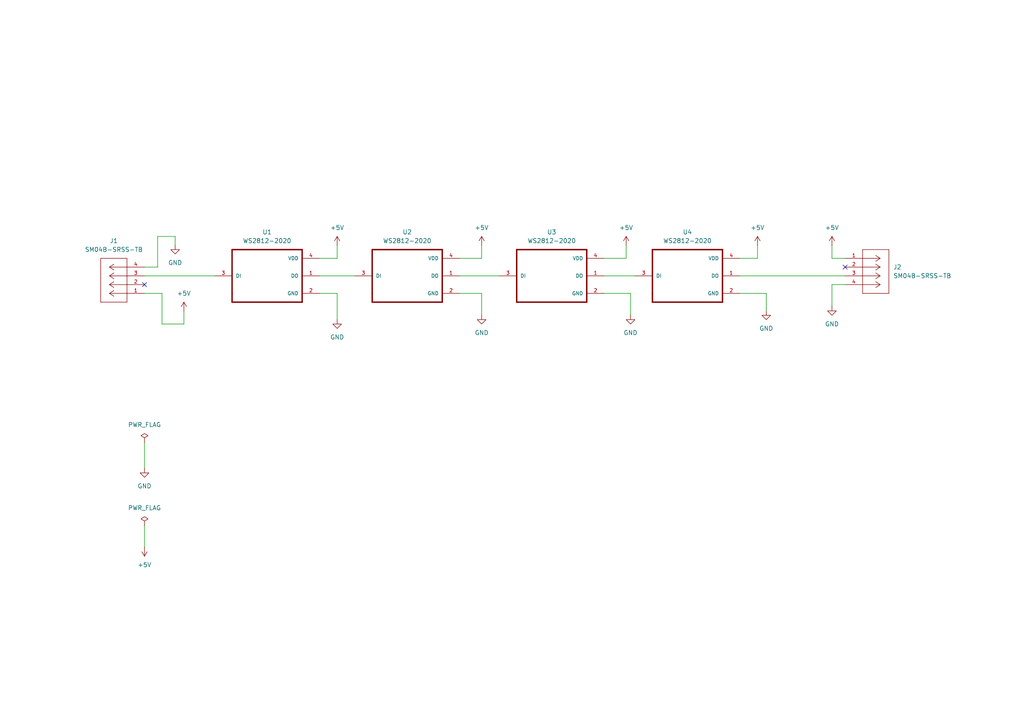
<source format=kicad_sch>
(kicad_sch (version 20250114) (generator "eeschema") (generator_version "9.0")
  (paper "A4")
  (lib_symbols
    (symbol "+5V_1" (power) (pin_numbers (hide yes)) (pin_names (offset 0) (hide yes))
      (property "Value" "+5V" (at 0 3.556 0))
      (symbol "+5V_1_0_1"
        (polyline (pts (xy -0.762 1.27) (xy 0 2.54)))
        (polyline (pts (xy 0 2.54) (xy 0.762 1.27)))
        (polyline (pts (xy 0 0) (xy 0 2.54)))
      )
      (symbol "+5V_1_1_1"
        (pin power_in line (at 0 0 90) (length 0) (name "~") (number "1"))
      )
    )
    (symbol "PWR_FLAG_1" (power) (pin_numbers (hide yes)) (pin_names (offset 0) (hide yes))
      (property "Value" "PWR_FLAG" (at 0 3.81 0))
      (symbol "PWR_FLAG_1_0_0"
        (pin power_out line (at 0 0 90) (length 0) (name "~") (number "1"))
      )
      (symbol "PWR_FLAG_1_0_1"
        (polyline (pts (xy 0 0) (xy 0 1.27) (xy -1.016 1.905) (xy 0 2.54) (xy 1.016 1.905) (xy 0 1.27)))
      )
    )
    (symbol "SM04B-SRSS-TB:SM04B-SRSS-TB" (pin_names (offset 1.016))
      (property "Reference" "J" (at 4.1656 5.3086 0))
      (property "Value" "SM04B-SRSS-TB" (at 0 0 0))
      (symbol "SM04B-SRSS-TB_0_0"
        (polyline (pts (xy 5.08 2.54) (xy 5.08 -10.16)) (stroke (width 0.1524)))
        (polyline (pts (xy 5.08 -10.16) (xy 12.7 -10.16)) (stroke (width 0.1524)))
        (polyline (pts (xy 10.16 0) (xy 5.08 0)) (stroke (width 0.1524)))
        (polyline (pts (xy 10.16 0) (xy 8.89 0.8382)) (stroke (width 0.1524)))
        (polyline (pts (xy 10.16 0) (xy 8.89 -0.8382)) (stroke (width 0.1524)))
        (polyline (pts (xy 10.16 -2.54) (xy 5.08 -2.54)) (stroke (width 0.1524)))
        (polyline (pts (xy 10.16 -2.54) (xy 8.89 -1.7018)) (stroke (width 0.1524)))
        (polyline (pts (xy 10.16 -2.54) (xy 8.89 -3.3782)) (stroke (width 0.1524)))
        (polyline (pts (xy 10.16 -5.08) (xy 5.08 -5.08)) (stroke (width 0.1524)))
        (polyline (pts (xy 10.16 -5.08) (xy 8.89 -4.2418)) (stroke (width 0.1524)))
        (polyline (pts (xy 10.16 -5.08) (xy 8.89 -5.9182)) (stroke (width 0.1524)))
        (polyline (pts (xy 10.16 -7.62) (xy 5.08 -7.62)) (stroke (width 0.1524)))
        (polyline (pts (xy 10.16 -7.62) (xy 8.89 -6.7818)) (stroke (width 0.1524)))
        (polyline (pts (xy 10.16 -7.62) (xy 8.89 -8.4582)) (stroke (width 0.1524)))
        (polyline (pts (xy 12.7 2.54) (xy 5.08 2.54)) (stroke (width 0.1524)))
        (polyline (pts (xy 12.7 -10.16) (xy 12.7 2.54)) (stroke (width 0.1524)))
        (pin passive line (at 0 0 0) (length 5.08) (name "~") (number "1"))
        (pin passive line (at 0 -2.54 0) (length 5.08) (name "~") (number "2"))
        (pin passive line (at 0 -5.08 0) (length 5.08) (name "~") (number "3"))
        (pin passive line (at 0 -7.62 0) (length 5.08) (name "~") (number "4"))
      )
    )
    (symbol "WS2812-2020:WS2812-2020" (pin_names (offset 1.016))
      (property "Reference" "U" (at -10.1854 7.6454 0))
      (property "Value" "WS2812-2020" (at -10.1854 -10.1854 0))
      (symbol "WS2812-2020_0_0"
        (polyline (pts (xy -10.16 7.62) (xy 10.16 7.62)) (stroke (width 0.4064)))
        (polyline (pts (xy -10.16 -5.08) (xy -10.16 7.62)) (stroke (width 0.4064)))
        (polyline (pts (xy -10.16 -7.62) (xy -10.16 -5.08)) (stroke (width 0.4064)))
        (polyline (pts (xy 10.16 7.62) (xy 10.16 -7.62)) (stroke (width 0.4064)))
        (polyline (pts (xy 10.16 -7.62) (xy -10.16 -7.62)) (stroke (width 0.4064)))
        (pin input line (at -15.24 0 0) (length 5.08) (name "DI") (number "3"))
        (pin power_in line (at 15.24 5.08 180) (length 5.08) (name "VDD") (number "4"))
        (pin output line (at 15.24 0 180) (length 5.08) (name "DO") (number "1"))
        (pin power_in line (at 15.24 -5.08 180) (length 5.08) (name "GND") (number "2"))
      )
    )
    (symbol "power:+5V" (power) (pin_numbers (hide yes)) (pin_names (offset 0) (hide yes))
      (property "Value" "+5V" (at 0 3.556 0))
      (symbol "+5V_0_1"
        (polyline (pts (xy -0.762 1.27) (xy 0 2.54)))
        (polyline (pts (xy 0 2.54) (xy 0.762 1.27)))
        (polyline (pts (xy 0 0) (xy 0 2.54)))
      )
      (symbol "+5V_1_1"
        (pin power_in line (at 0 0 90) (length 0) (name "~") (number "1"))
      )
    )
    (symbol "power:GND" (power) (pin_numbers (hide yes)) (pin_names (offset 0) (hide yes))
      (property "Value" "GND" (at 0 -3.81 0))
      (symbol "GND_0_1"
        (polyline (pts (xy 0 0) (xy 0 -1.27) (xy 1.27 -1.27) (xy 0 -2.54) (xy -1.27 -1.27) (xy 0 -1.27)))
      )
      (symbol "GND_1_1"
        (pin power_in line (at 0 0 270) (length 0) (name "~") (number "1"))
      )
    )
  )
  (no_connect (at 41.91 82.55))
  (no_connect (at 245.11 77.47))
  (wire (pts (xy 92.71 74.93) (xy 97.79 74.93)))
  (wire (pts (xy 222.25 85.09) (xy 222.25 90.17)))
  (wire (pts (xy 41.91 80.01) (xy 62.23 80.01)))
  (wire (pts (xy 139.7 85.09) (xy 139.7 91.44)))
  (wire (pts (xy 133.35 85.09) (xy 139.7 85.09)))
  (wire (pts (xy 41.91 85.09) (xy 46.99 85.09)))
  (wire (pts (xy 182.88 85.09) (xy 182.88 91.44)))
  (wire (pts (xy 97.79 85.09) (xy 97.79 92.71)))
  (wire (pts (xy 97.79 74.93) (xy 97.79 71.12)))
  (wire (pts (xy 241.3 74.93) (xy 245.11 74.93)))
  (wire (pts (xy 175.26 85.09) (xy 182.88 85.09)))
  (wire (pts (xy 214.63 74.93) (xy 219.71 74.93)))
  (wire (pts (xy 245.11 82.55) (xy 241.3 82.55)))
  (wire (pts (xy 41.91 135.89) (xy 41.91 128.27)))
  (wire (pts (xy 50.8 68.58) (xy 50.8 71.12)))
  (wire (pts (xy 41.91 77.47) (xy 45.72 77.47)))
  (wire (pts (xy 45.72 68.58) (xy 50.8 68.58)))
  (wire (pts (xy 175.26 74.93) (xy 181.61 74.93)))
  (wire (pts (xy 92.71 85.09) (xy 97.79 85.09)))
  (wire (pts (xy 133.35 74.93) (xy 139.7 74.93)))
  (wire (pts (xy 219.71 74.93) (xy 219.71 71.12)))
  (wire (pts (xy 175.26 80.01) (xy 184.15 80.01)))
  (wire (pts (xy 133.35 80.01) (xy 144.78 80.01)))
  (wire (pts (xy 181.61 74.93) (xy 181.61 71.12)))
  (wire (pts (xy 41.91 152.4) (xy 41.91 158.75)))
  (wire (pts (xy 45.72 77.47) (xy 45.72 68.58)))
  (wire (pts (xy 241.3 82.55) (xy 241.3 88.9)))
  (wire (pts (xy 46.99 85.09) (xy 46.99 93.98)))
  (wire (pts (xy 214.63 80.01) (xy 245.11 80.01)))
  (wire (pts (xy 92.71 80.01) (xy 102.87 80.01)))
  (wire (pts (xy 241.3 71.12) (xy 241.3 74.93)))
  (wire (pts (xy 214.63 85.09) (xy 222.25 85.09)))
  (wire (pts (xy 139.7 74.93) (xy 139.7 71.12)))
  (wire (pts (xy 53.34 93.98) (xy 53.34 90.17)))
  (wire (pts (xy 46.99 93.98) (xy 53.34 93.98)))
  (symbol (lib_id "power:+5V") (at 181.61 71.12 0) (unit 1)
    (property "Reference" "#PWR07" (effects (hide yes)))
    (property "Value" "+5V" (at 181.61 66.04 0))
    (property "Description" "Power symbol creates a global label with name \"+5V\"" (effects (hide yes)))
  )
  (symbol (lib_name "PWR_FLAG_1") (lib_id "power:PWR_FLAG") (at 41.91 128.27 0) (unit 1)
    (property "Reference" "#FLG01" (effects (hide yes)))
    (property "Value" "PWR_FLAG" (at 41.91 123.19 0))
    (property "Description" "Special symbol for telling ERC where power comes from" (effects (hide yes)))
  )
  (symbol (lib_id "power:+5V") (at 97.79 71.12 0) (unit 1)
    (property "Reference" "#PWR03" (effects (hide yes)))
    (property "Value" "+5V" (at 97.79 66.04 0))
    (property "Description" "Power symbol creates a global label with name \"+5V\"" (effects (hide yes)))
  )
  (symbol (lib_id "power:+5V") (at 53.34 90.17 0) (unit 1)
    (property "Reference" "#PWR02" (effects (hide yes)))
    (property "Value" "+5V" (at 53.34 85.09 0))
    (property "Description" "Power symbol creates a global label with name \"+5V\"" (effects (hide yes)))
  )
  (symbol (lib_id "power:GND") (at 222.25 90.17 0) (unit 1)
    (property "Reference" "#PWR010" (effects (hide yes)))
    (property "Value" "GND" (at 222.25 95.25 0))
    (property "Description" "Power symbol creates a global label with name \"GND\" , ground" (effects (hide yes)))
  )
  (symbol (lib_id "power:GND") (at 139.7 91.44 0) (unit 1)
    (property "Reference" "#PWR06" (effects (hide yes)))
    (property "Value" "GND" (at 139.7 96.52 0))
    (property "Description" "Power symbol creates a global label with name \"GND\" , ground" (effects (hide yes)))
  )
  (symbol (lib_id "WS2812-2020:WS2812-2020") (at 77.47 80.01 0) (unit 1)
    (property "Reference" "U1" (at 77.47 67.31 0))
    (property "Value" "WS2812-2020" (at 77.47 69.85 0))
    (property "Footprint" "WS2812-2020:LED_WS2812-2020" (effects (hide yes)))
    (property "STANDARD" "Manufacturer Recommendations" (effects (hide yes)))
    (property "MANUFACTURER" "Worldsemi" (effects (hide yes)))
  )
  (symbol (lib_name "+5V_1") (lib_id "power:+5V") (at 41.91 158.75 180) (unit 1)
    (property "Reference" "#PWR026" (effects (hide yes)))
    (property "Value" "+5V" (at 41.91 163.83 0))
    (property "Description" "Power symbol creates a global label with name \"+5V\"" (effects (hide yes)))
  )
  (symbol (lib_id "power:+5V") (at 139.7 71.12 0) (unit 1)
    (property "Reference" "#PWR05" (effects (hide yes)))
    (property "Value" "+5V" (at 139.7 66.04 0))
    (property "Description" "Power symbol creates a global label with name \"+5V\"" (effects (hide yes)))
  )
  (symbol (lib_id "power:GND") (at 50.8 71.12 0) (unit 1)
    (property "Reference" "#PWR01" (effects (hide yes)))
    (property "Value" "GND" (at 50.8 76.2 0))
    (property "Description" "Power symbol creates a global label with name \"GND\" , ground" (effects (hide yes)))
  )
  (symbol (lib_id "SM04B-SRSS-TB:SM04B-SRSS-TB") (at 245.11 74.93 0) (unit 1)
    (property "Reference" "J2" (at 259.08 77.4699 0) (effects (justify left)))
    (property "Value" "SM04B-SRSS-TB" (at 259.08 80.0099 0) (effects (justify left)))
    (property "Footprint" "SM04B-SRSS-TB:CONN_SM04B-SRSS-TB_JST" (effects (hide yes)))
    (property "MF" "JST Sales" (effects (hide yes)))
    (property "Description_1" "Connector Header Surface Mount, Right Angle 4 position 0.039 (1.00mm)" (effects (hide yes)))
    (property "COPYRIGHT" "Copyright (C) 2024 Ultra Librarian. All rights reserved." (effects (hide yes)))
    (property "Package" "None" (effects (hide yes)))
    (property "Price" "None" (effects (hide yes)))
    (property "Check_prices" "https://www.snapeda.com/parts/SM04B-SRSS-TB/JST/view-part/?ref=eda" (effects (hide yes)))
    (property "Availability" "In Stock" (effects (hide yes)))
    (property "SnapEDA_Link" "https://www.snapeda.com/parts/SM04B-SRSS-TB/JST/view-part/?ref=snap" (effects (hide yes)))
    (property "MP" "SM04B-SRSS-TB" (effects (hide yes)))
    (property "MFR_NAME" "JST" (effects (hide yes)))
    (property "MANUFACTURER_PART_NUMBER" "SM04B-SRSS-TB" (effects (hide yes)))
  )
  (symbol (lib_id "power:+5V") (at 219.71 71.12 0) (unit 1)
    (property "Reference" "#PWR09" (effects (hide yes)))
    (property "Value" "+5V" (at 219.71 66.04 0))
    (property "Description" "Power symbol creates a global label with name \"+5V\"" (effects (hide yes)))
  )
  (symbol (lib_name "PWR_FLAG_1") (lib_id "power:PWR_FLAG") (at 41.91 152.4 0) (unit 1)
    (property "Reference" "#FLG02" (effects (hide yes)))
    (property "Value" "PWR_FLAG" (at 41.91 147.32 0))
    (property "Description" "Special symbol for telling ERC where power comes from" (effects (hide yes)))
  )
  (symbol (lib_id "SM04B-SRSS-TB:SM04B-SRSS-TB") (at 41.91 85.09 180) (unit 1)
    (property "Reference" "J1" (at 33.02 69.85 0))
    (property "Value" "SM04B-SRSS-TB" (at 33.02 72.39 0))
    (property "Footprint" "SM04B-SRSS-TB:CONN_SM04B-SRSS-TB_JST" (effects (hide yes)))
    (property "MF" "JST Sales" (effects (hide yes)))
    (property "Description_1" "Connector Header Surface Mount, Right Angle 4 position 0.039 (1.00mm)" (effects (hide yes)))
    (property "COPYRIGHT" "Copyright (C) 2024 Ultra Librarian. All rights reserved." (effects (hide yes)))
    (property "Package" "None" (effects (hide yes)))
    (property "Price" "None" (effects (hide yes)))
    (property "Check_prices" "https://www.snapeda.com/parts/SM04B-SRSS-TB/JST/view-part/?ref=eda" (effects (hide yes)))
    (property "Availability" "In Stock" (effects (hide yes)))
    (property "SnapEDA_Link" "https://www.snapeda.com/parts/SM04B-SRSS-TB/JST/view-part/?ref=snap" (effects (hide yes)))
    (property "MP" "SM04B-SRSS-TB" (effects (hide yes)))
    (property "MFR_NAME" "JST" (effects (hide yes)))
    (property "MANUFACTURER_PART_NUMBER" "SM04B-SRSS-TB" (effects (hide yes)))
  )
  (symbol (lib_id "power:GND") (at 241.3 88.9 0) (unit 1)
    (property "Reference" "#PWR012" (effects (hide yes)))
    (property "Value" "GND" (at 241.3 93.98 0))
    (property "Description" "Power symbol creates a global label with name \"GND\" , ground" (effects (hide yes)))
  )
  (symbol (lib_id "WS2812-2020:WS2812-2020") (at 199.39 80.01 0) (unit 1)
    (property "Reference" "U4" (at 199.39 67.31 0))
    (property "Value" "WS2812-2020" (at 199.39 69.85 0))
    (property "Footprint" "WS2812-2020:LED_WS2812-2020" (effects (hide yes)))
    (property "STANDARD" "Manufacturer Recommendations" (effects (hide yes)))
    (property "MANUFACTURER" "Worldsemi" (effects (hide yes)))
  )
  (symbol (lib_id "power:GND") (at 97.79 92.71 0) (unit 1)
    (property "Reference" "#PWR04" (effects (hide yes)))
    (property "Value" "GND" (at 97.79 97.79 0))
    (property "Description" "Power symbol creates a global label with name \"GND\" , ground" (effects (hide yes)))
  )
  (symbol (lib_id "power:+5V") (at 241.3 71.12 0) (unit 1)
    (property "Reference" "#PWR011" (effects (hide yes)))
    (property "Value" "+5V" (at 241.3 66.04 0))
    (property "Description" "Power symbol creates a global label with name \"+5V\"" (effects (hide yes)))
  )
  (symbol (lib_id "power:GND") (at 182.88 91.44 0) (unit 1)
    (property "Reference" "#PWR08" (effects (hide yes)))
    (property "Value" "GND" (at 182.88 96.52 0))
    (property "Description" "Power symbol creates a global label with name \"GND\" , ground" (effects (hide yes)))
  )
  (symbol (lib_id "WS2812-2020:WS2812-2020") (at 160.02 80.01 0) (unit 1)
    (property "Reference" "U3" (at 160.02 67.31 0))
    (property "Value" "WS2812-2020" (at 160.02 69.85 0))
    (property "Footprint" "WS2812-2020:LED_WS2812-2020" (effects (hide yes)))
    (property "STANDARD" "Manufacturer Recommendations" (effects (hide yes)))
    (property "MANUFACTURER" "Worldsemi" (effects (hide yes)))
  )
  (symbol (lib_id "WS2812-2020:WS2812-2020") (at 118.11 80.01 0) (unit 1)
    (property "Reference" "U2" (at 118.11 67.31 0))
    (property "Value" "WS2812-2020" (at 118.11 69.85 0))
    (property "Footprint" "WS2812-2020:LED_WS2812-2020" (effects (hide yes)))
    (property "STANDARD" "Manufacturer Recommendations" (effects (hide yes)))
    (property "MANUFACTURER" "Worldsemi" (effects (hide yes)))
  )
  (symbol (lib_id "power:GND") (at 41.91 135.89 0) (unit 1)
    (property "Reference" "#PWR025" (effects (hide yes)))
    (property "Value" "GND" (at 41.91 140.97 0))
    (property "Description" "Power symbol creates a global label with name \"GND\" , ground" (effects (hide yes)))
  )
)
</source>
